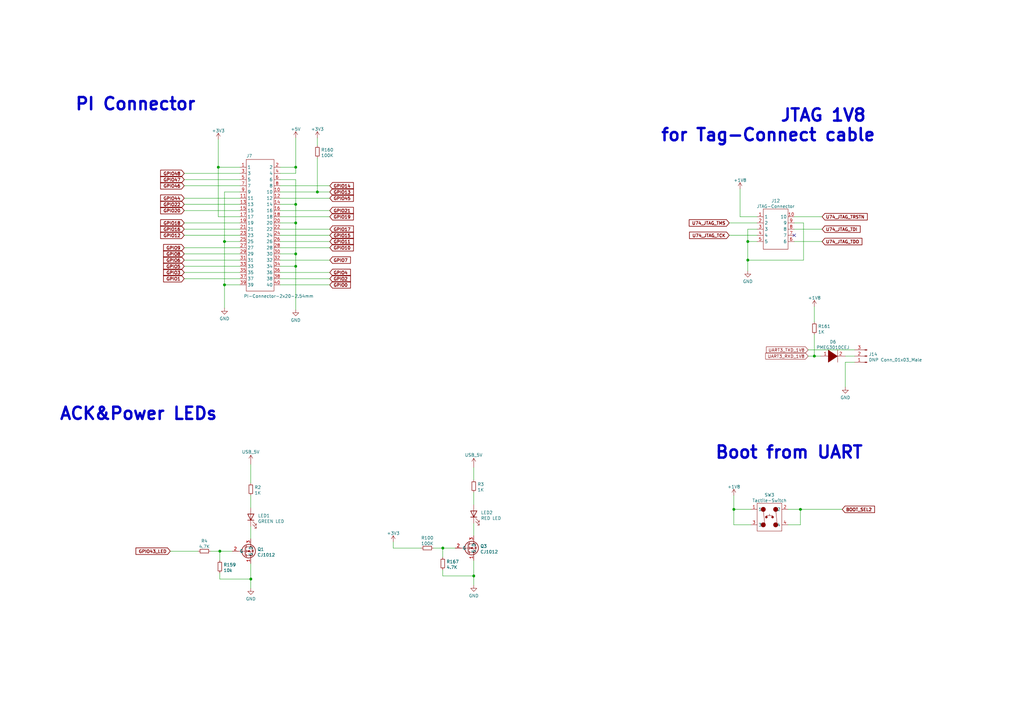
<source format=kicad_sch>
(kicad_sch (version 20210126) (generator eeschema)
  (paper "A3")
  (title_block (title "Beagle V") (date "2021-06-03") (rev "v0.7"))
  (lib_symbols
    (symbol "BeagleV:CJ1012"
      (property "Reference" "U" (at 2.05 -3.6 0))
      (property "Value" "CJ1012" (at 4.65 -5.5 0))
      (symbol "CJ1012_0_1"
        (circle (center -0.889 0) (radius 2.794) (stroke (width 0.254)))
        (circle (center 0 -1.778) (radius 0.254) (fill (type outline)))
        (circle (center 0 1.778) (radius 0.254) (fill (type outline)))
        (polyline (pts (xy -2.286 0) (xy -5.08 0)))
        (polyline (pts (xy -2.286 1.905) (xy -2.286 -1.905)) (stroke (width 0.254)))
        (polyline (pts (xy -1.778 -1.27) (xy -1.778 -2.286)) (stroke (width 0.254)))
        (polyline (pts (xy -1.778 0.508) (xy -1.778 -0.508)) (stroke (width 0.254)))
        (polyline (pts (xy -1.778 2.286) (xy -1.778 1.27)) (stroke (width 0.254)))
        (polyline (pts (xy 0 2.54) (xy 0 1.778)))
        (polyline (pts (xy 0 -2.54) (xy 0 0) (xy -1.778 0)))
        (polyline (pts (xy -1.778 -1.778) (xy 0.762 -1.778) (xy 0.762 1.778) (xy -1.778 1.778)))
        (polyline (pts (xy 0.254 0.508) (xy 0.381 0.381) (xy 1.143 0.381) (xy 1.27 0.254)))
        (polyline (pts (xy 0.762 0.381) (xy 0.381 -0.254) (xy 1.143 -0.254) (xy 0.762 0.381)))
        (polyline (pts (xy -1.524 0) (xy -0.508 0.381) (xy -0.508 -0.381) (xy -1.524 0)) (fill (type outline)))
      )
      (symbol "CJ1012_1_1"
        (pin passive line (at 0 -5.08 90) (length 2.54) (name "S") (number "1"))
        (pin input line (at -7.62 0 0) (length 2.54) (name "G") (number "2"))
        (pin passive line (at 0 5.08 270) (length 2.54) (name "D") (number "3"))
      )
    )
    (symbol "BeagleV:JTAG-Connector"
      (property "Reference" "J" (at -4.445 9.525 0))
      (property "Value" "JTAG-Connector" (at 1.905 -9.525 0))
      (symbol "JTAG-Connector_0_1"
        (rectangle (start -5.08 8.255) (end 5.08 -8.255) (stroke (width 0.1524)))
      )
      (symbol "JTAG-Connector_1_1"
        (pin passive line (at -7.62 5.08 0) (length 2.54) (name "1") (number "1"))
        (pin passive line (at 7.62 5.08 180) (length 2.54) (name "10") (number "10"))
        (pin passive line (at -7.62 2.54 0) (length 2.54) (name "2") (number "2"))
        (pin passive line (at -7.62 0 0) (length 2.54) (name "3") (number "3"))
        (pin passive line (at -7.62 -2.54 0) (length 2.54) (name "4") (number "4"))
        (pin passive line (at -7.62 -5.08 0) (length 2.54) (name "5") (number "5"))
        (pin passive line (at 7.62 -5.08 180) (length 2.54) (name "6") (number "6"))
        (pin passive line (at 7.62 -2.54 180) (length 2.54) (name "7") (number "7"))
        (pin passive line (at 7.62 0 180) (length 2.54) (name "8") (number "8"))
        (pin passive line (at 7.62 2.54 180) (length 2.54) (name "9") (number "9"))
      )
    )
    (symbol "BeagleV:PI-Connector-2x20-2.54mm"
      (property "Reference" "J" (at -4.445 34.29 0))
      (property "Value" "PI-Connector-2x20-2.54mm" (at 8.255 -23.495 0))
      (symbol "PI-Connector-2x20-2.54mm_0_1"
        (rectangle (start -5.715 33.02) (end 5.715 -20.955) (stroke (width 0.1524)))
      )
      (symbol "PI-Connector-2x20-2.54mm_1_1"
        (pin passive line (at -8.255 29.845 0) (length 2.54) (name "1") (number "1"))
        (pin passive line (at 8.255 19.685 180) (length 2.54) (name "10") (number "10"))
        (pin passive line (at -8.255 17.145 0) (length 2.54) (name "11") (number "11"))
        (pin passive line (at 8.255 17.145 180) (length 2.54) (name "12") (number "12"))
        (pin passive line (at -8.255 14.605 0) (length 2.54) (name "13") (number "13"))
        (pin passive line (at 8.255 14.605 180) (length 2.54) (name "14") (number "14"))
        (pin passive line (at -8.255 12.065 0) (length 2.54) (name "15") (number "15"))
        (pin passive line (at 8.255 12.065 180) (length 2.54) (name "16") (number "16"))
        (pin passive line (at -8.255 9.525 0) (length 2.54) (name "17") (number "17"))
        (pin passive line (at 8.255 9.525 180) (length 2.54) (name "18") (number "18"))
        (pin passive line (at -8.255 6.985 0) (length 2.54) (name "19") (number "19"))
        (pin passive line (at 8.255 29.845 180) (length 2.54) (name "2") (number "2"))
        (pin passive line (at 8.255 6.985 180) (length 2.54) (name "20") (number "20"))
        (pin passive line (at -8.255 4.445 0) (length 2.54) (name "21") (number "21"))
        (pin passive line (at 8.255 4.445 180) (length 2.54) (name "22") (number "22"))
        (pin passive line (at -8.255 1.905 0) (length 2.54) (name "23") (number "23"))
        (pin passive line (at 8.255 1.905 180) (length 2.54) (name "24") (number "24"))
        (pin passive line (at -8.255 -0.635 0) (length 2.54) (name "25") (number "25"))
        (pin passive line (at 8.255 -0.635 180) (length 2.54) (name "26") (number "26"))
        (pin passive line (at -8.255 -3.175 0) (length 2.54) (name "27") (number "27"))
        (pin passive line (at 8.255 -3.175 180) (length 2.54) (name "28") (number "28"))
        (pin passive line (at -8.255 -5.715 0) (length 2.54) (name "29") (number "29"))
        (pin passive line (at -8.255 27.305 0) (length 2.54) (name "3") (number "3"))
        (pin passive line (at 8.255 -5.715 180) (length 2.54) (name "30") (number "30"))
        (pin passive line (at -8.255 -8.255 0) (length 2.54) (name "31") (number "31"))
        (pin passive line (at 8.255 -8.255 180) (length 2.54) (name "32") (number "32"))
        (pin passive line (at -8.255 -10.795 0) (length 2.54) (name "33") (number "33"))
        (pin passive line (at 8.255 -10.795 180) (length 2.54) (name "34") (number "34"))
        (pin passive line (at -8.255 -13.335 0) (length 2.54) (name "35") (number "35"))
        (pin passive line (at 8.255 -13.335 180) (length 2.54) (name "36") (number "36"))
        (pin passive line (at -8.255 -15.875 0) (length 2.54) (name "37") (number "37"))
        (pin passive line (at 8.255 -15.875 180) (length 2.54) (name "38") (number "38"))
        (pin passive line (at -8.255 -18.415 0) (length 2.54) (name "39") (number "39"))
        (pin passive line (at 8.255 27.305 180) (length 2.54) (name "4") (number "4"))
        (pin passive line (at 8.255 -18.415 180) (length 2.54) (name "40") (number "40"))
        (pin passive line (at -8.255 24.765 0) (length 2.54) (name "5") (number "5"))
        (pin passive line (at 8.255 24.765 180) (length 2.54) (name "6") (number "6"))
        (pin passive line (at -8.255 22.225 0) (length 2.54) (name "7") (number "7"))
        (pin passive line (at 8.255 22.225 180) (length 2.54) (name "8") (number "8"))
        (pin passive line (at -8.255 19.685 0) (length 2.54) (name "9") (number "9"))
      )
    )
    (symbol "BeagleV:Tactile-Switch"
      (property "Reference" "SW" (at -4.445 6.985 0))
      (property "Value" "Tactile-Switch" (at 1.905 -6.985 0))
      (symbol "Tactile-Switch_0_1"
        (circle (center -2.54 -3.175) (radius 0) (stroke (width 1)))
        (circle (center -2.54 3.175) (radius 0) (stroke (width 1)))
        (circle (center -1.27 0) (radius 0) (stroke (width 0.5)))
        (circle (center 1.27 0) (radius 0) (stroke (width 0.5)))
        (circle (center 2.54 -3.175) (radius 0) (stroke (width 1)))
        (circle (center 2.54 3.175) (radius 0) (stroke (width 1)))
        (rectangle (start -5.08 5.715) (end 5.08 -5.715) (stroke (width 0.1524)))
        (polyline (pts (xy -2.54 3.175) (xy -1.905 -3.175)) (stroke (width 0.1524)))
        (polyline (pts (xy -1.27 0.635) (xy 1.27 0.635)) (stroke (width 0.1524)))
        (polyline (pts (xy 0 0.635) (xy 0 1.27)) (stroke (width 0.1524)))
        (polyline (pts (xy 2.54 3.175) (xy 3.175 -3.175)) (stroke (width 0.1524)))
      )
      (symbol "Tactile-Switch_1_1"
        (pin passive line (at -7.62 3.175 0) (length 2.54) (name "1") (number "1"))
        (pin passive line (at 7.62 3.175 180) (length 2.54) (name "2") (number "2"))
        (pin passive line (at -7.62 -3.175 0) (length 2.54) (name "3") (number "3"))
        (pin passive line (at 7.62 -3.175 180) (length 2.54) (name "4") (number "4"))
      )
    )
    (symbol "BeagleV:USB_5V"
      (property "Value" "USB_5V" (at 0 5.08 0))
      (symbol "USB_5V_0_1"
        (polyline (pts (xy 0 0) (xy 0 3.81)))
        (polyline (pts (xy 0 3.81) (xy -0.762 2.54)))
        (polyline (pts (xy 0 3.81) (xy 0.762 2.54)))
      )
      (symbol "USB_5V_1_1"
        (pin power_in line (at 0 0 90) (length 0) hide (name "LDO_3V3") (number "1"))
      )
    )
    (symbol "Connector:Conn_01x03_Male" (pin_names (offset 1.016) hide)
      (property "Reference" "J" (at 0 5.08 0))
      (property "Value" "Conn_01x03_Male" (at 0 -5.08 0))
      (symbol "Conn_01x03_Male_1_1"
        (rectangle (start 0.8636 -2.413) (end 0 -2.667) (stroke (width 0.1524)) (fill (type outline)))
        (rectangle (start 0.8636 0.127) (end 0 -0.127) (stroke (width 0.1524)) (fill (type outline)))
        (rectangle (start 0.8636 2.667) (end 0 2.413) (stroke (width 0.1524)) (fill (type outline)))
        (polyline (pts (xy 1.27 -2.54) (xy 0.8636 -2.54)) (stroke (width 0.1524)))
        (polyline (pts (xy 1.27 0) (xy 0.8636 0)) (stroke (width 0.1524)))
        (polyline (pts (xy 1.27 2.54) (xy 0.8636 2.54)) (stroke (width 0.1524)))
        (pin passive line (at 5.08 2.54 180) (length 3.81) (name "Pin_1") (number "1"))
        (pin passive line (at 5.08 0 180) (length 3.81) (name "Pin_2") (number "2"))
        (pin passive line (at 5.08 -2.54 180) (length 3.81) (name "Pin_3") (number "3"))
      )
    )
    (symbol "Device:LED" (pin_numbers hide) (pin_names (offset 1.016) hide)
      (property "Reference" "D" (at 0 2.54 0))
      (property "Value" "LED" (at 0 -2.54 0))
      (symbol "LED_0_1"
        (polyline (pts (xy -1.27 -1.27) (xy -1.27 1.27)) (stroke (width 0.254)))
        (polyline (pts (xy -1.27 0) (xy 1.27 0)))
        (polyline (pts (xy 1.27 -1.27) (xy 1.27 1.27) (xy -1.27 0) (xy 1.27 -1.27)) (stroke (width 0.254)))
        (polyline (pts (xy -3.048 -0.762) (xy -4.572 -2.286) (xy -3.81 -2.286) (xy -4.572 -2.286) (xy -4.572 -1.524)))
        (polyline (pts (xy -1.778 -0.762) (xy -3.302 -2.286) (xy -2.54 -2.286) (xy -3.302 -2.286) (xy -3.302 -1.524)))
      )
      (symbol "LED_1_1"
        (pin passive line (at -3.81 0 0) (length 2.54) (name "K") (number "1"))
        (pin passive line (at 3.81 0 180) (length 2.54) (name "A") (number "2"))
      )
    )
    (symbol "Device:R_Small" (pin_numbers hide) (pin_names (offset 0.254) hide)
      (property "Reference" "R" (at 0.762 0.508 0))
      (property "Value" "R_Small" (at 0.762 -1.016 0))
      (symbol "R_Small_0_1"
        (rectangle (start -0.762 1.778) (end 0.762 -1.778) (stroke (width 0.2032)))
      )
      (symbol "R_Small_1_1"
        (pin passive line (at 0 2.54 270) (length 0.762) (name "~") (number "1"))
        (pin passive line (at 0 -2.54 90) (length 0.762) (name "~") (number "2"))
      )
    )
    (symbol "power:+1V8" (power) (pin_names (offset 0))
      (property "Value" "+1V8" (at 0 3.556 0))
      (symbol "+1V8_0_1"
        (polyline (pts (xy -0.762 1.27) (xy 0 2.54)))
        (polyline (pts (xy 0 0) (xy 0 2.54)))
        (polyline (pts (xy 0 2.54) (xy 0.762 1.27)))
      )
      (symbol "+1V8_1_1"
        (pin power_in line (at 0 0 90) (length 0) hide (name "+1V8") (number "1"))
      )
    )
    (symbol "power:+3V3" (power) (pin_names (offset 0))
      (property "Value" "+3V3" (at 0 3.556 0))
      (symbol "+3V3_0_1"
        (polyline (pts (xy -0.762 1.27) (xy 0 2.54)))
        (polyline (pts (xy 0 0) (xy 0 2.54)))
        (polyline (pts (xy 0 2.54) (xy 0.762 1.27)))
      )
      (symbol "+3V3_1_1"
        (pin power_in line (at 0 0 90) (length 0) hide (name "+3V3") (number "1"))
      )
    )
    (symbol "power:+5V" (power) (pin_names (offset 0))
      (property "Value" "+5V" (at 0 3.556 0))
      (symbol "+5V_0_1"
        (polyline (pts (xy -0.762 1.27) (xy 0 2.54)))
        (polyline (pts (xy 0 0) (xy 0 2.54)))
        (polyline (pts (xy 0 2.54) (xy 0.762 1.27)))
      )
      (symbol "+5V_1_1"
        (pin power_in line (at 0 0 90) (length 0) hide (name "+5V") (number "1"))
      )
    )
    (symbol "power:GND" (power) (pin_names (offset 0))
      (property "Value" "GND" (at 0 -3.81 0))
      (symbol "GND_0_1"
        (polyline (pts (xy 0 0) (xy 0 -1.27) (xy 1.27 -1.27) (xy 0 -2.54) (xy -1.27 -1.27) (xy 0 -1.27)))
      )
      (symbol "GND_1_1"
        (pin power_in line (at 0 0 270) (length 0) hide (name "GND") (number "1"))
      )
    )
    (symbol "pspice:DIODE" (pin_names (offset 1.016) hide)
      (property "Reference" "D" (at 0 3.81 0))
      (property "Value" "DIODE" (at 0 -4.445 0))
      (symbol "DIODE_0_1"
        (polyline (pts (xy 1.905 2.54) (xy 1.905 -2.54)))
        (polyline (pts (xy -1.905 2.54) (xy -1.905 -2.54) (xy 1.905 0)) (fill (type outline)))
      )
      (symbol "DIODE_1_1"
        (pin input line (at -5.08 0 0) (length 3.81) (name "K") (number "1"))
        (pin input line (at 5.08 0 180) (length 3.81) (name "A") (number "2"))
      )
    )
  )
  (junction (at 89.535 68.58) (diameter 1.016))
  (junction (at 90.17 226.06) (diameter 1.016))
  (junction (at 92.075 99.06) (diameter 1.016))
  (junction (at 92.075 116.84) (diameter 1.016))
  (junction (at 102.87 237.49) (diameter 1.016))
  (junction (at 121.285 68.58) (diameter 1.016))
  (junction (at 121.285 83.82) (diameter 1.016))
  (junction (at 121.285 91.44) (diameter 1.016))
  (junction (at 121.285 104.14) (diameter 1.016))
  (junction (at 121.285 109.22) (diameter 1.016))
  (junction (at 130.175 78.74) (diameter 1.016))
  (junction (at 181.61 224.79) (diameter 1.016))
  (junction (at 194.31 236.22) (diameter 1.016))
  (junction (at 300.99 208.915) (diameter 1.016))
  (junction (at 306.705 99.06) (diameter 1.016))
  (junction (at 306.705 106.68) (diameter 1.016))
  (junction (at 328.295 208.915) (diameter 1.016))
  (junction (at 334.01 146.05) (diameter 1.016))
  (no_connect (at 325.755 96.52))
  (wire (pts (xy 69.85 226.06) (xy 81.28 226.06)))
  (wire (pts (xy 75.565 71.12) (xy 98.425 71.12)))
  (wire (pts (xy 75.565 73.66) (xy 98.425 73.66)))
  (wire (pts (xy 75.565 76.2) (xy 98.425 76.2)))
  (wire (pts (xy 75.565 81.28) (xy 98.425 81.28)))
  (wire (pts (xy 75.565 83.82) (xy 98.425 83.82)))
  (wire (pts (xy 75.565 86.36) (xy 98.425 86.36)))
  (wire (pts (xy 75.565 91.44) (xy 98.425 91.44)))
  (wire (pts (xy 75.565 93.98) (xy 98.425 93.98)))
  (wire (pts (xy 75.565 96.52) (xy 98.425 96.52)))
  (wire (pts (xy 75.565 101.6) (xy 98.425 101.6)))
  (wire (pts (xy 75.565 104.14) (xy 98.425 104.14)))
  (wire (pts (xy 75.565 106.68) (xy 98.425 106.68)))
  (wire (pts (xy 75.565 109.22) (xy 98.425 109.22)))
  (wire (pts (xy 75.565 111.76) (xy 98.425 111.76)))
  (wire (pts (xy 75.565 114.3) (xy 98.425 114.3)))
  (wire (pts (xy 86.36 226.06) (xy 90.17 226.06)))
  (wire (pts (xy 89.535 57.15) (xy 89.535 68.58)))
  (wire (pts (xy 89.535 68.58) (xy 89.535 88.9)))
  (wire (pts (xy 89.535 68.58) (xy 98.425 68.58)))
  (wire (pts (xy 90.17 226.06) (xy 90.17 229.87)))
  (wire (pts (xy 90.17 226.06) (xy 95.25 226.06)))
  (wire (pts (xy 90.17 234.95) (xy 90.17 237.49)))
  (wire (pts (xy 90.17 237.49) (xy 102.87 237.49)))
  (wire (pts (xy 92.075 78.74) (xy 92.075 99.06)))
  (wire (pts (xy 92.075 99.06) (xy 92.075 116.84)))
  (wire (pts (xy 92.075 99.06) (xy 98.425 99.06)))
  (wire (pts (xy 92.075 116.84) (xy 92.075 126.365)))
  (wire (pts (xy 92.075 116.84) (xy 98.425 116.84)))
  (wire (pts (xy 98.425 78.74) (xy 92.075 78.74)))
  (wire (pts (xy 98.425 88.9) (xy 89.535 88.9)))
  (wire (pts (xy 102.87 190.5) (xy 102.87 198.12)))
  (wire (pts (xy 102.87 203.2) (xy 102.87 208.28)))
  (wire (pts (xy 102.87 215.9) (xy 102.87 220.98)))
  (wire (pts (xy 102.87 237.49) (xy 102.87 231.14)))
  (wire (pts (xy 102.87 237.49) (xy 102.87 241.3)))
  (wire (pts (xy 114.935 68.58) (xy 121.285 68.58)))
  (wire (pts (xy 114.935 71.12) (xy 121.285 71.12)))
  (wire (pts (xy 114.935 73.66) (xy 121.285 73.66)))
  (wire (pts (xy 114.935 76.2) (xy 135.255 76.2)))
  (wire (pts (xy 114.935 78.74) (xy 130.175 78.74)))
  (wire (pts (xy 114.935 81.28) (xy 135.255 81.28)))
  (wire (pts (xy 114.935 83.82) (xy 121.285 83.82)))
  (wire (pts (xy 114.935 86.36) (xy 135.255 86.36)))
  (wire (pts (xy 114.935 88.9) (xy 135.255 88.9)))
  (wire (pts (xy 114.935 91.44) (xy 121.285 91.44)))
  (wire (pts (xy 114.935 93.98) (xy 135.255 93.98)))
  (wire (pts (xy 114.935 96.52) (xy 135.255 96.52)))
  (wire (pts (xy 114.935 99.06) (xy 135.255 99.06)))
  (wire (pts (xy 114.935 101.6) (xy 135.255 101.6)))
  (wire (pts (xy 114.935 104.14) (xy 121.285 104.14)))
  (wire (pts (xy 114.935 106.68) (xy 135.255 106.68)))
  (wire (pts (xy 114.935 109.22) (xy 121.285 109.22)))
  (wire (pts (xy 114.935 111.76) (xy 135.255 111.76)))
  (wire (pts (xy 114.935 114.3) (xy 135.255 114.3)))
  (wire (pts (xy 114.935 116.84) (xy 135.255 116.84)))
  (wire (pts (xy 121.285 56.515) (xy 121.285 68.58)))
  (wire (pts (xy 121.285 71.12) (xy 121.285 68.58)))
  (wire (pts (xy 121.285 73.66) (xy 121.285 83.82)))
  (wire (pts (xy 121.285 83.82) (xy 121.285 91.44)))
  (wire (pts (xy 121.285 91.44) (xy 121.285 104.14)))
  (wire (pts (xy 121.285 104.14) (xy 121.285 109.22)))
  (wire (pts (xy 121.285 109.22) (xy 121.285 127)))
  (wire (pts (xy 130.175 56.515) (xy 130.175 59.69)))
  (wire (pts (xy 130.175 64.77) (xy 130.175 78.74)))
  (wire (pts (xy 130.175 78.74) (xy 135.255 78.74)))
  (wire (pts (xy 161.29 222.25) (xy 161.29 224.79)))
  (wire (pts (xy 161.29 224.79) (xy 172.72 224.79)))
  (wire (pts (xy 177.8 224.79) (xy 181.61 224.79)))
  (wire (pts (xy 181.61 224.79) (xy 181.61 228.6)))
  (wire (pts (xy 181.61 224.79) (xy 186.69 224.79)))
  (wire (pts (xy 181.61 233.68) (xy 181.61 236.22)))
  (wire (pts (xy 181.61 236.22) (xy 194.31 236.22)))
  (wire (pts (xy 194.31 191.77) (xy 194.31 196.85)))
  (wire (pts (xy 194.31 201.93) (xy 194.31 207.01)))
  (wire (pts (xy 194.31 214.63) (xy 194.31 219.71)))
  (wire (pts (xy 194.31 236.22) (xy 194.31 229.87)))
  (wire (pts (xy 194.31 236.22) (xy 194.31 240.03)))
  (wire (pts (xy 299.085 91.44) (xy 310.515 91.44)))
  (wire (pts (xy 299.085 96.52) (xy 310.515 96.52)))
  (wire (pts (xy 300.99 203.2) (xy 300.99 208.915)))
  (wire (pts (xy 300.99 208.915) (xy 300.99 215.265)))
  (wire (pts (xy 300.99 215.265) (xy 307.975 215.265)))
  (wire (pts (xy 303.53 77.47) (xy 303.53 88.9)))
  (wire (pts (xy 306.705 93.98) (xy 306.705 99.06)))
  (wire (pts (xy 306.705 99.06) (xy 310.515 99.06)))
  (wire (pts (xy 306.705 106.68) (xy 306.705 99.06)))
  (wire (pts (xy 306.705 106.68) (xy 306.705 111.125)))
  (wire (pts (xy 307.975 208.915) (xy 300.99 208.915)))
  (wire (pts (xy 310.515 88.9) (xy 303.53 88.9)))
  (wire (pts (xy 310.515 93.98) (xy 306.705 93.98)))
  (wire (pts (xy 323.215 215.265) (xy 328.295 215.265)))
  (wire (pts (xy 325.755 88.9) (xy 337.185 88.9)))
  (wire (pts (xy 325.755 91.44) (xy 329.565 91.44)))
  (wire (pts (xy 325.755 93.98) (xy 337.185 93.98)))
  (wire (pts (xy 325.755 99.06) (xy 337.185 99.06)))
  (wire (pts (xy 328.295 208.915) (xy 323.215 208.915)))
  (wire (pts (xy 328.295 208.915) (xy 345.44 208.915)))
  (wire (pts (xy 328.295 215.265) (xy 328.295 208.915)))
  (wire (pts (xy 329.565 91.44) (xy 329.565 106.68)))
  (wire (pts (xy 329.565 106.68) (xy 306.705 106.68)))
  (wire (pts (xy 331.47 143.51) (xy 350.52 143.51)))
  (wire (pts (xy 331.47 146.05) (xy 334.01 146.05)))
  (wire (pts (xy 334.01 125.73) (xy 334.01 132.08)))
  (wire (pts (xy 334.01 137.16) (xy 334.01 146.05)))
  (wire (pts (xy 334.01 146.05) (xy 336.55 146.05)))
  (wire (pts (xy 346.71 146.05) (xy 350.52 146.05)))
  (wire (pts (xy 346.71 148.59) (xy 346.71 158.75)))
  (wire (pts (xy 350.52 148.59) (xy 346.71 148.59)))
  (text "ACK&Power LEDs" (at 24.13 172.72 0) (effects (font (size 5 5) (thickness 1) bold) (justify left bottom)))
  (text "PI Connector" (at 80.645 45.72 180) (effects (font (size 5 5) (thickness 1) bold) (justify right bottom)))
  (text "Boot from UART" (at 354.33 188.595 180) (effects (font (size 5 5) (thickness 1) bold) (justify right bottom)))
  (text "JTAG 1V8 \nfor Tag-Connect cable\n" (at 359.41 58.42 180) (effects (font (size 5 5) (thickness 1) bold) (justify right bottom)))
  (global_label "GPIO43_LED" (shape input) (at 69.85 226.06 180) (effects (font (thickness 0.254) bold)) (property "Intersheet References" "${INTERSHEET_REFS}" (effects hide)))
  (global_label "GPIO48" (shape input) (at 75.565 71.12 180) (effects (font (thickness 0.254) bold)) (property "Intersheet References" "${INTERSHEET_REFS}" (effects hide)))
  (global_label "GPIO47" (shape input) (at 75.565 73.66 180) (effects (font (thickness 0.254) bold)) (property "Intersheet References" "${INTERSHEET_REFS}" (effects hide)))
  (global_label "GPIO46" (shape input) (at 75.565 76.2 180) (effects (font (thickness 0.254) bold)) (property "Intersheet References" "${INTERSHEET_REFS}" (effects hide)))
  (global_label "GPIO44" (shape input) (at 75.565 81.28 180) (effects (font (thickness 0.254) bold)) (property "Intersheet References" "${INTERSHEET_REFS}" (effects hide)))
  (global_label "GPIO22" (shape input) (at 75.565 83.82 180) (effects (font (thickness 0.254) bold)) (property "Intersheet References" "${INTERSHEET_REFS}" (effects hide)))
  (global_label "GPIO20" (shape input) (at 75.565 86.36 180) (effects (font (thickness 0.254) bold)) (property "Intersheet References" "${INTERSHEET_REFS}" (effects hide)))
  (global_label "GPIO18" (shape input) (at 75.565 91.44 180) (effects (font (thickness 0.254) bold)) (property "Intersheet References" "${INTERSHEET_REFS}" (effects hide)))
  (global_label "GPIO16" (shape input) (at 75.565 93.98 180) (effects (font (thickness 0.254) bold)) (property "Intersheet References" "${INTERSHEET_REFS}" (effects hide)))
  (global_label "GPIO12" (shape input) (at 75.565 96.52 180) (effects (font (thickness 0.254) bold)) (property "Intersheet References" "${INTERSHEET_REFS}" (effects hide)))
  (global_label "GPIO9" (shape input) (at 75.565 101.6 180) (effects (font (thickness 0.254) bold)) (property "Intersheet References" "${INTERSHEET_REFS}" (effects hide)))
  (global_label "GPIO8" (shape input) (at 75.565 104.14 180) (effects (font (thickness 0.254) bold)) (property "Intersheet References" "${INTERSHEET_REFS}" (effects hide)))
  (global_label "GPIO6" (shape input) (at 75.565 106.68 180) (effects (font (thickness 0.254) bold)) (property "Intersheet References" "${INTERSHEET_REFS}" (effects hide)))
  (global_label "GPIO5" (shape input) (at 75.565 109.22 180) (effects (font (thickness 0.254) bold)) (property "Intersheet References" "${INTERSHEET_REFS}" (effects hide)))
  (global_label "GPIO3" (shape input) (at 75.565 111.76 180) (effects (font (thickness 0.254) bold)) (property "Intersheet References" "${INTERSHEET_REFS}" (effects hide)))
  (global_label "GPIO1" (shape input) (at 75.565 114.3 180) (effects (font (thickness 0.254) bold)) (property "Intersheet References" "${INTERSHEET_REFS}" (effects hide)))
  (global_label "GPIO14" (shape input) (at 135.255 76.2 0) (effects (font (thickness 0.254) bold)) (property "Intersheet References" "${INTERSHEET_REFS}" (effects hide)))
  (global_label "GPIO13" (shape input) (at 135.255 78.74 0) (effects (font (thickness 0.254) bold)) (property "Intersheet References" "${INTERSHEET_REFS}" (effects hide)))
  (global_label "GPIO45" (shape input) (at 135.255 81.28 0) (effects (font (thickness 0.254) bold)) (property "Intersheet References" "${INTERSHEET_REFS}" (effects hide)))
  (global_label "GPIO21" (shape input) (at 135.255 86.36 0) (effects (font (thickness 0.254) bold)) (property "Intersheet References" "${INTERSHEET_REFS}" (effects hide)))
  (global_label "GPIO19" (shape input) (at 135.255 88.9 0) (effects (font (thickness 0.254) bold)) (property "Intersheet References" "${INTERSHEET_REFS}" (effects hide)))
  (global_label "GPIO17" (shape input) (at 135.255 93.98 0) (effects (font (thickness 0.254) bold)) (property "Intersheet References" "${INTERSHEET_REFS}" (effects hide)))
  (global_label "GPIO15" (shape input) (at 135.255 96.52 0) (effects (font (thickness 0.254) bold)) (property "Intersheet References" "${INTERSHEET_REFS}" (effects hide)))
  (global_label "GPIO11" (shape input) (at 135.255 99.06 0) (effects (font (thickness 0.254) bold)) (property "Intersheet References" "${INTERSHEET_REFS}" (effects hide)))
  (global_label "GPIO10" (shape input) (at 135.255 101.6 0) (effects (font (thickness 0.254) bold)) (property "Intersheet References" "${INTERSHEET_REFS}" (effects hide)))
  (global_label "GPIO7" (shape input) (at 135.255 106.68 0) (effects (font (thickness 0.254) bold)) (property "Intersheet References" "${INTERSHEET_REFS}" (effects hide)))
  (global_label "GPIO4" (shape input) (at 135.255 111.76 0) (effects (font (thickness 0.254) bold)) (property "Intersheet References" "${INTERSHEET_REFS}" (effects hide)))
  (global_label "GPIO2" (shape input) (at 135.255 114.3 0) (effects (font (thickness 0.254) bold)) (property "Intersheet References" "${INTERSHEET_REFS}" (effects hide)))
  (global_label "GPIO0" (shape input) (at 135.255 116.84 0) (effects (font (thickness 0.254) bold)) (property "Intersheet References" "${INTERSHEET_REFS}" (effects hide)))
  (global_label "U74_JTAG_TMS" (shape input) (at 299.085 91.44 180) (effects (font (thickness 0.254) bold)) (property "Intersheet References" "${INTERSHEET_REFS}" (effects hide)))
  (global_label "U74_JTAG_TCK" (shape input) (at 299.085 96.52 180) (effects (font (thickness 0.254) bold)) (property "Intersheet References" "${INTERSHEET_REFS}" (effects hide)))
  (global_label "UART3_TXD_1V8" (shape input) (at 331.47 143.51 180) (property "Intersheet References" "${INTERSHEET_REFS}" (effects hide)))
  (global_label "UART3_RXD_1V8" (shape input) (at 331.47 146.05 180) (property "Intersheet References" "${INTERSHEET_REFS}" (effects hide)))
  (global_label "U74_JTAG_TRSTN" (shape input) (at 337.185 88.9 0) (effects (font (thickness 0.254) bold)) (property "Intersheet References" "${INTERSHEET_REFS}" (effects hide)))
  (global_label "U74_JTAG_TDI" (shape input) (at 337.185 93.98 0) (effects (font (thickness 0.254) bold)) (property "Intersheet References" "${INTERSHEET_REFS}" (effects hide)))
  (global_label "U74_JTAG_TDO" (shape input) (at 337.185 99.06 0) (effects (font (thickness 0.254) bold)) (property "Intersheet References" "${INTERSHEET_REFS}" (effects hide)))
  (global_label "BOOT_SEL2" (shape input) (at 345.44 208.915 0) (effects (font (thickness 0.254) bold)) (property "Intersheet References" "${INTERSHEET_REFS}" (effects hide)))
  (symbol (lib_id "power:+3V3") (at 89.535 57.15 0) (unit 1)
    (property "Reference" "#PWR0534" (effects hide))
    (property "Value" "+3V3" (at 89.535 53.6026 0))
  )
  (symbol (lib_id "power:+5V") (at 121.285 56.515 0) (unit 1)
    (property "Reference" "#PWR0536" (effects hide))
    (property "Value" "+5V" (at 121.285 52.9676 0))
  )
  (symbol (lib_id "power:+3V3") (at 130.175 56.515 0) (unit 1)
    (property "Reference" "#PWR0535" (effects hide))
    (property "Value" "+3V3" (at 130.175 52.9676 0))
  )
  (symbol (lib_id "power:+3V3") (at 161.29 222.25 0) (unit 1)
    (property "Reference" "#PWR0527" (effects hide))
    (property "Value" "+3V3" (at 161.29 218.7026 0))
  )
  (symbol (lib_id "power:+1V8") (at 300.99 203.2 0) (unit 1)
    (property "Reference" "#PWR0533" (effects hide))
    (property "Value" "+1V8" (at 300.99 199.6526 0))
  )
  (symbol (lib_id "power:+1V8") (at 303.53 77.47 0) (unit 1)
    (property "Reference" "#PWR0538" (effects hide))
    (property "Value" "+1V8" (at 303.53 73.9226 0))
  )
  (symbol (lib_id "power:+1V8") (at 334.01 125.73 0) (unit 1)
    (property "Reference" "#PWR0539" (effects hide))
    (property "Value" "+1V8" (at 334.01 122.1826 0))
  )
  (symbol (lib_id "BeagleV:USB_5V") (at 102.87 190.5 0) (unit 1)
    (property "Reference" "P?" (effects hide))
    (property "Value" "USB_5V" (at 99.1871 185.364 0) (effects (justify left)))
  )
  (symbol (lib_id "BeagleV:USB_5V") (at 194.31 191.77 0) (unit 1)
    (property "Reference" "P?" (effects hide))
    (property "Value" "USB_5V" (at 190.6271 186.634 0) (effects (justify left)))
  )
  (symbol (lib_id "power:GND") (at 92.075 126.365 0) (unit 1)
    (property "Reference" "#PWR0529" (effects hide))
    (property "Value" "GND" (at 92.075 130.6894 0))
  )
  (symbol (lib_id "power:GND") (at 102.87 241.3 0) (unit 1)
    (property "Reference" "#PWR0530" (effects hide))
    (property "Value" "GND" (at 102.87 245.6244 0))
  )
  (symbol (lib_id "power:GND") (at 121.285 127 0) (unit 1)
    (property "Reference" "#PWR0528" (effects hide))
    (property "Value" "GND" (at 121.285 131.3244 0))
  )
  (symbol (lib_id "power:GND") (at 194.31 240.03 0) (unit 1)
    (property "Reference" "#PWR0531" (effects hide))
    (property "Value" "GND" (at 194.31 244.3544 0))
  )
  (symbol (lib_id "power:GND") (at 306.705 111.125 0) (unit 1)
    (property "Reference" "#PWR0537" (effects hide))
    (property "Value" "GND" (at 306.705 115.4494 0))
  )
  (symbol (lib_id "power:GND") (at 346.71 158.75 0) (unit 1)
    (property "Reference" "#PWR0532" (effects hide))
    (property "Value" "GND" (at 346.71 163.0744 0))
  )
  (symbol (lib_id "Device:R_Small") (at 83.82 226.06 90) (unit 1)
    (property "Reference" "R4" (at 83.82 221.8902 90))
    (property "Value" "4.7K" (at 83.82 224.1889 90))
  )
  (symbol (lib_id "Device:R_Small") (at 90.17 232.41 180) (unit 1)
    (property "Reference" "R159" (at 91.6687 231.6491 0) (effects (justify right)))
    (property "Value" "10k" (at 91.6687 233.9478 0) (effects (justify right)))
  )
  (symbol (lib_id "Device:R_Small") (at 102.87 200.66 180) (unit 1)
    (property "Reference" "R2" (at 104.3687 199.8991 0) (effects (justify right)))
    (property "Value" "1K" (at 104.3687 202.1978 0) (effects (justify right)))
  )
  (symbol (lib_id "Device:R_Small") (at 130.175 62.23 0) (unit 1)
    (property "Reference" "R160" (at 131.6737 61.4691 0) (effects (justify left)))
    (property "Value" "100K" (at 131.6737 63.7678 0) (effects (justify left)))
  )
  (symbol (lib_id "Device:R_Small") (at 175.26 224.79 90) (unit 1)
    (property "Reference" "R100" (at 175.26 220.6202 90))
    (property "Value" "100K" (at 175.26 222.9189 90))
  )
  (symbol (lib_id "Device:R_Small") (at 181.61 231.14 180) (unit 1)
    (property "Reference" "R167" (at 183.1087 230.3791 0) (effects (justify right)))
    (property "Value" "4.7K" (at 183.1087 232.6778 0) (effects (justify right)))
  )
  (symbol (lib_id "Device:R_Small") (at 194.31 199.39 180) (unit 1)
    (property "Reference" "R3" (at 195.8087 198.6291 0) (effects (justify right)))
    (property "Value" "1K" (at 195.8087 200.9278 0) (effects (justify right)))
  )
  (symbol (lib_id "Device:R_Small") (at 334.01 134.62 0) (unit 1)
    (property "Reference" "R161" (at 335.5087 133.8591 0) (effects (justify left)))
    (property "Value" "1K" (at 335.5087 136.1578 0) (effects (justify left)))
  )
  (symbol (lib_id "Device:LED") (at 102.87 212.09 90) (unit 1)
    (property "Reference" "LED1" (at 105.7911 211.5196 90) (effects (justify right)))
    (property "Value" "GREEN LED" (at 105.7911 213.8183 90) (effects (justify right)))
  )
  (symbol (lib_id "Device:LED") (at 194.31 210.82 90) (unit 1)
    (property "Reference" "LED2" (at 197.2311 210.2496 90) (effects (justify right)))
    (property "Value" "RED LED" (at 197.2311 212.5483 90) (effects (justify right)))
  )
  (symbol (lib_id "Connector:Conn_01x03_Male") (at 355.6 146.05 180) (unit 1)
    (property "Reference" "J14" (at 356.3113 145.2891 0) (effects (justify right)))
    (property "Value" "DNP Conn_01x03_Male" (at 356.3113 147.5878 0) (effects (justify right)))
  )
  (symbol (lib_id "pspice:DIODE") (at 341.63 146.05 0) (unit 1)
    (property "Reference" "D6" (at 341.63 140.2038 0))
    (property "Value" "PMEG3010CEJ" (at 341.63 142.5025 0))
  )
  (symbol (lib_id "BeagleV:CJ1012") (at 102.87 226.06 0) (unit 1)
    (property "Reference" "Q1" (at 105.5371 225.2991 0) (effects (justify left)))
    (property "Value" "CJ1012" (at 105.5371 227.5978 0) (effects (justify left)))
  )
  (symbol (lib_id "BeagleV:CJ1012") (at 194.31 224.79 0) (unit 1)
    (property "Reference" "Q3" (at 196.9771 224.0291 0) (effects (justify left)))
    (property "Value" "CJ1012" (at 196.9771 226.3278 0) (effects (justify left)))
  )
  (symbol (lib_id "BeagleV:Tactile-Switch") (at 315.595 212.09 0) (unit 1)
    (property "Reference" "SW3" (at 315.595 202.9926 0))
    (property "Value" "Tactile-Switch" (at 315.595 205.2913 0))
  )
  (symbol (lib_id "BeagleV:JTAG-Connector") (at 318.135 93.98 0) (unit 1)
    (property "Reference" "J12" (at 318.135 82.3426 0))
    (property "Value" "JTAG-Connector" (at 318.135 84.6413 0))
  )
  (symbol (lib_id "BeagleV:PI-Connector-2x20-2.54mm") (at 106.68 98.425 0) (unit 1)
    (property "Reference" "J7" (at 102.235 63.9276 0))
    (property "Value" "PI-Connector-2x20-2.54mm" (at 114.3 121.4713 0))
  )
)
</source>
